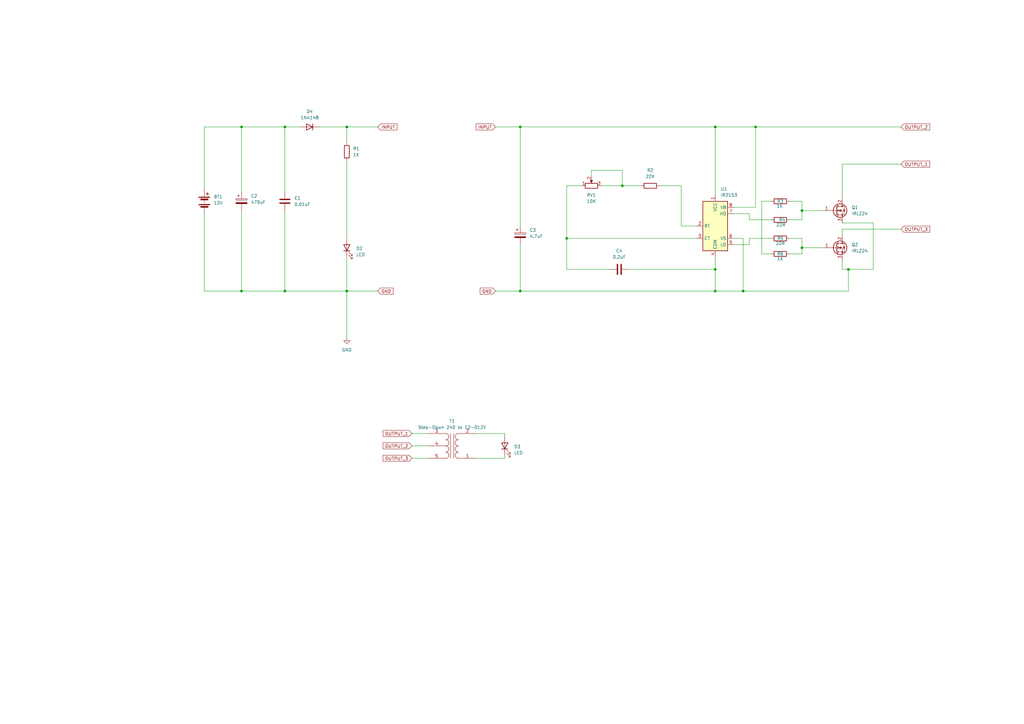
<source format=kicad_sch>
(kicad_sch (version 20250114) (generator "eeschema") (generator_version "9.0")
  (paper "A3")
  (title_block (title "Mini inverter") (date "2025-08-26") (rev "1.0") (company "Axion"))
  (lib_symbols
    (symbol "Device:Battery" (pin_numbers (hide yes)) (pin_names (offset 0) (hide yes))
      (property "Reference" "BT" (at 2.54 2.54 0))
      (property "Value" "Battery" (at 2.54 0 0))
      (symbol "Battery_0_1"
        (rectangle (start -2.286 1.778) (end 2.286 1.524) (fill (type outline)))
        (rectangle (start -2.286 -1.27) (end 2.286 -1.524) (fill (type outline)))
        (rectangle (start -1.524 1.016) (end 1.524 0.508) (fill (type outline)))
        (rectangle (start -1.524 -2.032) (end 1.524 -2.54) (fill (type outline)))
        (polyline (pts (xy 0 1.778) (xy 0 2.54)))
        (polyline (pts (xy 0 0) (xy 0 0.254)))
        (polyline (pts (xy 0 -0.508) (xy 0 -0.254)))
        (polyline (pts (xy 0 -1.016) (xy 0 -0.762)))
        (polyline (pts (xy 0.762 3.048) (xy 1.778 3.048)) (stroke (width 0.254)))
        (polyline (pts (xy 1.27 3.556) (xy 1.27 2.54)) (stroke (width 0.254)))
      )
      (symbol "Battery_1_1"
        (pin passive line (at 0 5.08 270) (length 2.54) (name "+") (number "1"))
        (pin passive line (at 0 -5.08 90) (length 2.54) (name "-") (number "2"))
      )
    )
    (symbol "Device:C" (pin_numbers (hide yes)) (pin_names (offset 0.254))
      (property "Reference" "C" (at 0.635 2.54 0))
      (property "Value" "C" (at 0.635 -2.54 0))
      (symbol "C_0_1"
        (polyline (pts (xy -2.032 0.762) (xy 2.032 0.762)) (stroke (width 0.508)))
        (polyline (pts (xy -2.032 -0.762) (xy 2.032 -0.762)) (stroke (width 0.508)))
      )
      (symbol "C_1_1"
        (pin passive line (at 0 3.81 270) (length 2.794) (name "~") (number "1"))
        (pin passive line (at 0 -3.81 90) (length 2.794) (name "~") (number "2"))
      )
    )
    (symbol "Device:C_Polarized" (pin_numbers (hide yes)) (pin_names (offset 0.254))
      (property "Reference" "C" (at 0.635 2.54 0))
      (property "Value" "C_Polarized" (at 0.635 -2.54 0))
      (symbol "C_Polarized_0_1"
        (rectangle (start -2.286 0.508) (end 2.286 1.016))
        (polyline (pts (xy -1.778 2.286) (xy -0.762 2.286)))
        (polyline (pts (xy -1.27 2.794) (xy -1.27 1.778)))
        (rectangle (start 2.286 -0.508) (end -2.286 -1.016) (fill (type outline)))
      )
      (symbol "C_Polarized_1_1"
        (pin passive line (at 0 3.81 270) (length 2.794) (name "~") (number "1"))
        (pin passive line (at 0 -3.81 90) (length 2.794) (name "~") (number "2"))
      )
    )
    (symbol "Device:LED" (pin_numbers (hide yes)) (pin_names (offset 1.016) (hide yes))
      (property "Reference" "D" (at 0 2.54 0))
      (property "Value" "LED" (at 0 -2.54 0))
      (symbol "LED_0_1"
        (polyline (pts (xy -3.048 -0.762) (xy -4.572 -2.286) (xy -3.81 -2.286) (xy -4.572 -2.286) (xy -4.572 -1.524)))
        (polyline (pts (xy -1.778 -0.762) (xy -3.302 -2.286) (xy -2.54 -2.286) (xy -3.302 -2.286) (xy -3.302 -1.524)))
        (polyline (pts (xy -1.27 0) (xy 1.27 0)))
        (polyline (pts (xy -1.27 -1.27) (xy -1.27 1.27)) (stroke (width 0.254)))
        (polyline (pts (xy 1.27 -1.27) (xy 1.27 1.27) (xy -1.27 0) (xy 1.27 -1.27)) (stroke (width 0.254)))
      )
      (symbol "LED_1_1"
        (pin passive line (at -3.81 0 0) (length 2.54) (name "K") (number "1"))
        (pin passive line (at 3.81 0 180) (length 2.54) (name "A") (number "2"))
      )
    )
    (symbol "Device:R" (pin_numbers (hide yes)) (pin_names (offset 0))
      (property "Reference" "R" (at 2.032 0 90))
      (property "Value" "R" (at 0 0 90))
      (symbol "R_0_1"
        (rectangle (start -1.016 -2.54) (end 1.016 2.54) (stroke (width 0.254)))
      )
      (symbol "R_1_1"
        (pin passive line (at 0 3.81 270) (length 1.27) (name "~") (number "1"))
        (pin passive line (at 0 -3.81 90) (length 1.27) (name "~") (number "2"))
      )
    )
    (symbol "Device:R_Potentiometer" (pin_names (offset 1.016) (hide yes))
      (property "Reference" "RV" (at -4.445 0 90))
      (property "Value" "R_Potentiometer" (at -2.54 0 90))
      (symbol "R_Potentiometer_0_1"
        (rectangle (start 1.016 2.54) (end -1.016 -2.54) (stroke (width 0.254)))
        (polyline (pts (xy 1.143 0) (xy 2.286 0.508) (xy 2.286 -0.508) (xy 1.143 0)) (fill (type outline)))
        (polyline (pts (xy 2.54 0) (xy 1.524 0)))
      )
      (symbol "R_Potentiometer_1_1"
        (pin passive line (at 0 3.81 270) (length 1.27) (name "1") (number "1"))
        (pin passive line (at 0 -3.81 90) (length 1.27) (name "3") (number "3"))
        (pin passive line (at 3.81 0 180) (length 1.27) (name "2") (number "2"))
      )
    )
    (symbol "Device:Transformer_1P_SS" (pin_names (offset 1.016) (hide yes))
      (property "Reference" "T" (at 0 6.35 0))
      (property "Value" "Transformer_1P_SS" (at 0 -7.62 0))
      (symbol "Transformer_1P_SS_0_1"
        (arc (start -1.27 3.81) (mid -1.656 2.9336) (end -2.54 2.5654))
        (arc (start -1.27 1.27) (mid -1.656 0.3936) (end -2.54 0.0254))
        (arc (start -1.27 -1.27) (mid -1.656 -2.1464) (end -2.54 -2.5146))
        (arc (start -1.27 -3.81) (mid -1.656 -4.6864) (end -2.54 -5.0546))
        (arc (start -2.54 5.08) (mid -1.642 4.708) (end -1.27 3.81))
        (arc (start -2.54 2.54) (mid -1.642 2.168) (end -1.27 1.27))
        (arc (start -2.54 0) (mid -1.642 -0.372) (end -1.27 -1.27))
        (arc (start -2.54 -2.54) (mid -1.642 -2.912) (end -1.27 -3.81))
        (polyline (pts (xy -0.635 5.08) (xy -0.635 -5.08)))
        (polyline (pts (xy 0.635 -5.08) (xy 0.635 5.08)))
        (arc (start 1.2954 3.81) (mid 1.6457 4.7117) (end 2.54 5.08))
        (arc (start 1.2954 1.27) (mid 1.6457 2.1717) (end 2.54 2.54))
        (arc (start 1.2954 -1.27) (mid 1.6457 -0.3683) (end 2.54 0))
        (arc (start 2.54 2.5654) (mid 1.6599 2.9299) (end 1.2954 3.81))
        (arc (start 2.54 0.0254) (mid 1.6599 0.3899) (end 1.2954 1.27))
        (arc (start 2.54 -2.5146) (mid 1.6599 -2.1501) (end 1.2954 -1.27))
        (arc (start 1.3208 -3.81) (mid 1.6711 -2.9085) (end 2.5654 -2.54))
        (arc (start 2.5654 -5.0546) (mid 1.6851 -4.6902) (end 1.3208 -3.81))
      )
      (symbol "Transformer_1P_SS_1_1"
        (pin passive line (at -10.16 5.08 0) (length 7.62) (name "AA") (number "1"))
        (pin passive line (at -10.16 -5.08 0) (length 7.62) (name "AB") (number "2"))
        (pin passive line (at 10.16 5.08 180) (length 7.62) (name "SB") (number "5"))
        (pin passive line (at 10.16 0 180) (length 7.62) (name "SC") (number "4"))
        (pin passive line (at 10.16 -5.08 180) (length 7.62) (name "SA") (number "3"))
      )
    )
    (symbol "Diode:1N4148" (pin_numbers (hide yes)) (pin_names (hide yes))
      (property "Reference" "D" (at 0 2.54 0))
      (property "Value" "1N4148" (at 0 -2.54 0))
      (symbol "1N4148_0_1"
        (polyline (pts (xy -1.27 1.27) (xy -1.27 -1.27)) (stroke (width 0.254)))
        (polyline (pts (xy 1.27 1.27) (xy 1.27 -1.27) (xy -1.27 0) (xy 1.27 1.27)) (stroke (width 0.254)))
        (polyline (pts (xy 1.27 0) (xy -1.27 0)))
      )
      (symbol "1N4148_1_1"
        (pin passive line (at -3.81 0 0) (length 2.54) (name "K") (number "1"))
        (pin passive line (at 3.81 0 180) (length 2.54) (name "A") (number "2"))
      )
    )
    (symbol "Driver_FET:IR2153"
      (property "Reference" "U" (at 1.27 13.335 0))
      (property "Value" "IR2153" (at 1.27 11.43 0))
      (symbol "IR2153_0_1"
        (rectangle (start -5.08 -10.16) (end 5.08 10.16) (stroke (width 0.254)) (fill (type background)))
      )
      (symbol "IR2153_1_1"
        (pin passive line (at -7.62 0 0) (length 2.54) (name "RT") (number "2"))
        (pin passive line (at -7.62 -5.08 0) (length 2.54) (name "CT") (number "3"))
        (pin power_in line (at 0 12.7 270) (length 2.54) (name "VCC") (number "1"))
        (pin power_in line (at 0 -12.7 90) (length 2.54) (name "COM") (number "4"))
        (pin passive line (at 7.62 7.62 180) (length 2.54) (name "VB") (number "8"))
        (pin output line (at 7.62 5.08 180) (length 2.54) (name "HO") (number "7"))
        (pin passive line (at 7.62 -5.08 180) (length 2.54) (name "VS") (number "6"))
        (pin output line (at 7.62 -7.62 180) (length 2.54) (name "LO") (number "5"))
      )
    )
    (symbol "Transistor_FET:IRLZ24" (pin_names (hide yes))
      (property "Reference" "Q" (at 5.08 1.905 0))
      (property "Value" "IRLZ24" (at 5.08 0 0))
      (symbol "IRLZ24_0_1"
        (polyline (pts (xy 0.254 1.905) (xy 0.254 -1.905)) (stroke (width 0.254)))
        (polyline (pts (xy 0.254 0) (xy -2.54 0)))
        (polyline (pts (xy 0.762 2.286) (xy 0.762 1.27)) (stroke (width 0.254)))
        (polyline (pts (xy 0.762 0.508) (xy 0.762 -0.508)) (stroke (width 0.254)))
        (polyline (pts (xy 0.762 -1.27) (xy 0.762 -2.286)) (stroke (width 0.254)))
        (polyline (pts (xy 0.762 -1.778) (xy 3.302 -1.778) (xy 3.302 1.778) (xy 0.762 1.778)))
        (polyline (pts (xy 1.016 0) (xy 2.032 0.381) (xy 2.032 -0.381) (xy 1.016 0)) (fill (type outline)))
        (circle (center 1.651 0) (radius 2.794) (stroke (width 0.254)))
        (polyline (pts (xy 2.54 2.54) (xy 2.54 1.778)))
        (circle (center 2.54 1.778) (radius 0.254) (fill (type outline)))
        (circle (center 2.54 -1.778) (radius 0.254) (fill (type outline)))
        (polyline (pts (xy 2.54 -2.54) (xy 2.54 0) (xy 0.762 0)))
        (polyline (pts (xy 2.794 0.508) (xy 2.921 0.381) (xy 3.683 0.381) (xy 3.81 0.254)))
        (polyline (pts (xy 3.302 0.381) (xy 2.921 -0.254) (xy 3.683 -0.254) (xy 3.302 0.381)))
      )
      (symbol "IRLZ24_1_1"
        (pin input line (at -5.08 0 0) (length 2.54) (name "G") (number "1"))
        (pin passive line (at 2.54 5.08 270) (length 2.54) (name "D") (number "2"))
        (pin passive line (at 2.54 -5.08 90) (length 2.54) (name "S") (number "3"))
      )
    )
    (symbol "power:GND" (power) (pin_numbers (hide yes)) (pin_names (offset 0) (hide yes))
      (property "Value" "GND" (at 0 -3.81 0))
      (symbol "GND_0_1"
        (polyline (pts (xy 0 0) (xy 0 -1.27) (xy 1.27 -1.27) (xy 0 -2.54) (xy -1.27 -1.27) (xy 0 -1.27)))
      )
      (symbol "GND_1_1"
        (pin power_in line (at 0 0 270) (length 0) (name "~") (number "1"))
      )
    )
  )
  (junction (at 99.06 52.07))
  (junction (at 232.41 97.79))
  (junction (at 142.24 52.07))
  (junction (at 99.06 119.38))
  (junction (at 293.37 110.49))
  (junction (at 142.24 119.38))
  (junction (at 328.93 101.6))
  (junction (at 309.88 52.07))
  (junction (at 347.98 110.49))
  (junction (at 328.93 86.36))
  (junction (at 213.36 52.07))
  (junction (at 116.84 119.38))
  (junction (at 304.8 119.38))
  (junction (at 255.27 76.2))
  (junction (at 293.37 119.38))
  (junction (at 116.84 52.07))
  (junction (at 293.37 52.07))
  (junction (at 213.36 119.38))
  (wire (pts (xy 309.88 52.07) (xy 309.88 85.09)))
  (wire (pts (xy 328.93 104.14) (xy 328.93 101.6)))
  (wire (pts (xy 213.36 52.07) (xy 213.36 92.71)))
  (wire (pts (xy 116.84 52.07) (xy 116.84 78.74)))
  (wire (pts (xy 207.01 177.8) (xy 207.01 179.07)))
  (wire (pts (xy 309.88 52.07) (xy 369.57 52.07)))
  (wire (pts (xy 347.98 119.38) (xy 347.98 110.49)))
  (wire (pts (xy 83.82 77.47) (xy 83.82 52.07)))
  (wire (pts (xy 99.06 52.07) (xy 116.84 52.07)))
  (wire (pts (xy 300.99 87.63) (xy 307.34 87.63)))
  (wire (pts (xy 142.24 52.07) (xy 154.94 52.07)))
  (wire (pts (xy 345.44 93.98) (xy 369.57 93.98)))
  (wire (pts (xy 142.24 66.04) (xy 142.24 97.79)))
  (wire (pts (xy 232.41 97.79) (xy 232.41 110.49)))
  (wire (pts (xy 304.8 119.38) (xy 347.98 119.38)))
  (wire (pts (xy 257.81 110.49) (xy 293.37 110.49)))
  (wire (pts (xy 142.24 119.38) (xy 154.94 119.38)))
  (wire (pts (xy 312.42 82.55) (xy 312.42 104.14)))
  (wire (pts (xy 307.34 90.17) (xy 316.23 90.17)))
  (wire (pts (xy 116.84 86.36) (xy 116.84 119.38)))
  (wire (pts (xy 99.06 52.07) (xy 99.06 78.74)))
  (wire (pts (xy 369.57 67.31) (xy 345.44 67.31)))
  (wire (pts (xy 142.24 105.41) (xy 142.24 119.38)))
  (wire (pts (xy 307.34 97.79) (xy 307.34 100.33)))
  (wire (pts (xy 316.23 97.79) (xy 307.34 97.79)))
  (wire (pts (xy 83.82 87.63) (xy 83.82 119.38)))
  (wire (pts (xy 242.57 72.39) (xy 242.57 69.85)))
  (wire (pts (xy 279.4 92.71) (xy 285.75 92.71)))
  (wire (pts (xy 293.37 52.07) (xy 293.37 80.01)))
  (wire (pts (xy 168.91 177.8) (xy 175.26 177.8)))
  (wire (pts (xy 307.34 100.33) (xy 300.99 100.33)))
  (wire (pts (xy 116.84 52.07) (xy 123.19 52.07)))
  (wire (pts (xy 293.37 105.41) (xy 293.37 110.49)))
  (wire (pts (xy 304.8 97.79) (xy 304.8 119.38)))
  (wire (pts (xy 255.27 69.85) (xy 255.27 76.2)))
  (wire (pts (xy 293.37 52.07) (xy 309.88 52.07)))
  (wire (pts (xy 213.36 52.07) (xy 293.37 52.07)))
  (wire (pts (xy 323.85 90.17) (xy 328.93 90.17)))
  (wire (pts (xy 99.06 86.36) (xy 99.06 119.38)))
  (wire (pts (xy 279.4 76.2) (xy 279.4 92.71)))
  (wire (pts (xy 300.99 97.79) (xy 304.8 97.79)))
  (wire (pts (xy 213.36 119.38) (xy 293.37 119.38)))
  (wire (pts (xy 168.91 187.96) (xy 175.26 187.96)))
  (wire (pts (xy 293.37 110.49) (xy 293.37 119.38)))
  (wire (pts (xy 328.93 86.36) (xy 328.93 82.55)))
  (wire (pts (xy 232.41 76.2) (xy 232.41 97.79)))
  (wire (pts (xy 328.93 101.6) (xy 328.93 97.79)))
  (wire (pts (xy 328.93 86.36) (xy 337.82 86.36)))
  (wire (pts (xy 358.14 110.49) (xy 347.98 110.49)))
  (wire (pts (xy 328.93 90.17) (xy 328.93 86.36)))
  (wire (pts (xy 312.42 104.14) (xy 316.23 104.14)))
  (wire (pts (xy 345.44 91.44) (xy 358.14 91.44)))
  (wire (pts (xy 345.44 93.98) (xy 345.44 96.52)))
  (wire (pts (xy 238.76 76.2) (xy 232.41 76.2)))
  (wire (pts (xy 347.98 110.49) (xy 345.44 110.49)))
  (wire (pts (xy 316.23 82.55) (xy 312.42 82.55)))
  (wire (pts (xy 203.2 52.07) (xy 213.36 52.07)))
  (wire (pts (xy 328.93 97.79) (xy 323.85 97.79)))
  (wire (pts (xy 99.06 119.38) (xy 116.84 119.38)))
  (wire (pts (xy 242.57 69.85) (xy 255.27 69.85)))
  (wire (pts (xy 328.93 101.6) (xy 337.82 101.6)))
  (wire (pts (xy 213.36 119.38) (xy 213.36 100.33)))
  (wire (pts (xy 246.38 76.2) (xy 255.27 76.2)))
  (wire (pts (xy 232.41 97.79) (xy 285.75 97.79)))
  (wire (pts (xy 195.58 177.8) (xy 207.01 177.8)))
  (wire (pts (xy 83.82 119.38) (xy 99.06 119.38)))
  (wire (pts (xy 130.81 52.07) (xy 142.24 52.07)))
  (wire (pts (xy 255.27 76.2) (xy 262.89 76.2)))
  (wire (pts (xy 345.44 110.49) (xy 345.44 106.68)))
  (wire (pts (xy 293.37 119.38) (xy 304.8 119.38)))
  (wire (pts (xy 207.01 187.96) (xy 207.01 186.69)))
  (wire (pts (xy 328.93 82.55) (xy 323.85 82.55)))
  (wire (pts (xy 345.44 67.31) (xy 345.44 81.28)))
  (wire (pts (xy 270.51 76.2) (xy 279.4 76.2)))
  (wire (pts (xy 116.84 119.38) (xy 142.24 119.38)))
  (wire (pts (xy 195.58 187.96) (xy 207.01 187.96)))
  (wire (pts (xy 358.14 91.44) (xy 358.14 110.49)))
  (wire (pts (xy 168.91 182.88) (xy 175.26 182.88)))
  (wire (pts (xy 142.24 119.38) (xy 142.24 138.43)))
  (wire (pts (xy 232.41 110.49) (xy 250.19 110.49)))
  (wire (pts (xy 309.88 85.09) (xy 300.99 85.09)))
  (wire (pts (xy 307.34 87.63) (xy 307.34 90.17)))
  (wire (pts (xy 83.82 52.07) (xy 99.06 52.07)))
  (wire (pts (xy 142.24 52.07) (xy 142.24 58.42)))
  (wire (pts (xy 323.85 104.14) (xy 328.93 104.14)))
  (wire (pts (xy 203.2 119.38) (xy 213.36 119.38)))
  (global_label "OUTPUT_3" (shape input) (at 369.57 93.98 0) (property "Intersheetrefs" "${INTERSHEET_REFS}" (effects (hide yes))))
  (global_label "OUTPUT_3" (shape input) (at 168.91 187.96 180) (property "Intersheetrefs" "${INTERSHEET_REFS}" (effects (hide yes))))
  (global_label "GND" (shape input) (at 154.94 119.38 0) (property "Intersheetrefs" "${INTERSHEET_REFS}" (effects (hide yes))))
  (global_label "GND" (shape input) (at 203.2 119.38 180) (property "Intersheetrefs" "${INTERSHEET_REFS}" (effects (hide yes))))
  (global_label "OUTPUT_2" (shape input) (at 369.57 52.07 0) (property "Intersheetrefs" "${INTERSHEET_REFS}" (effects (hide yes))))
  (global_label "INPUT" (shape input) (at 154.94 52.07 0) (property "Intersheetrefs" "${INTERSHEET_REFS}" (effects (hide yes))))
  (global_label "OUTPUT_1" (shape input) (at 168.91 177.8 180) (property "Intersheetrefs" "${INTERSHEET_REFS}" (effects (hide yes))))
  (global_label "OUTPUT_2" (shape input) (at 168.91 182.88 180) (property "Intersheetrefs" "${INTERSHEET_REFS}" (effects (hide yes))))
  (global_label "OUTPUT_1" (shape input) (at 369.57 67.31 0) (property "Intersheetrefs" "${INTERSHEET_REFS}" (effects (hide yes))))
  (global_label "INPUT" (shape input) (at 203.2 52.07 180) (property "Intersheetrefs" "${INTERSHEET_REFS}" (effects (hide yes))))
  (symbol (lib_id "Device:R") (at 320.04 97.79 90) (unit 1)
    (property "Reference" "R5" (at 320.04 97.79 90))
    (property "Value" "22R" (at 320.04 99.822 90))
    (property "Footprint" "Resistor_THT:R_Axial_DIN0204_L3.6mm_D1.6mm_P5.08mm_Horizontal" (effects (hide yes)))
    (property "Description" "Resistor" (effects (hide yes)))
  )
  (symbol (lib_id "Device:Transformer_1P_SS") (at 185.42 182.88 180) (unit 1)
    (property "Reference" "T1" (at 185.4073 172.72 0))
    (property "Value" "Step-Down 240 to 12-012V" (at 185.4073 175.26 0))
    (property "Footprint" "TerminalBlock:TerminalBlock_Xinya_XY308-2.54-5P_1x05_P2.54mm_Horizontal" (effects (hide yes)))
    (property "Description" "Transformer, single primary, split secondary" (effects (hide yes)))
  )
  (symbol (lib_id "Device:Battery") (at 83.82 82.55 0) (unit 1)
    (property "Reference" "BT1" (at 87.63 80.7084 0) (effects (justify left)))
    (property "Value" "12V" (at 87.63 83.2484 0) (effects (justify left)))
    (property "Footprint" "TerminalBlock:TerminalBlock_Xinya_XY308-2.54-2P_1x02_P2.54mm_Horizontal" (effects (hide yes)))
    (property "Description" "Multiple-cell battery" (effects (hide yes)))
  )
  (symbol (lib_id "power:GND") (at 142.24 138.43 0) (unit 1)
    (property "Reference" "#PWR01" (effects (hide yes)))
    (property "Value" "GND" (at 142.24 143.51 0))
    (property "Description" "Power symbol creates a global label with name \"GND\" , ground" (effects (hide yes)))
  )
  (symbol (lib_id "Diode:1N4148") (at 127 52.07 180) (unit 1)
    (property "Reference" "D4" (at 127 45.72 0))
    (property "Value" "1N4148" (at 127 48.26 0))
    (property "Footprint" "Diode_THT:D_DO-35_SOD27_P7.62mm_Horizontal" (effects (hide yes)))
    (property "Datasheet" "https://assets.nexperia.com/documents/data-sheet/1N4148_1N4448.pdf" (effects (hide yes)))
    (property "Description" "100V 0.15A standard switching diode, DO-35" (effects (hide yes)))
    (property "Sim.Device" "D" (effects (hide yes)))
    (property "Sim.Pins" "1=K 2=A" (effects (hide yes)))
  )
  (symbol (lib_id "Device:R") (at 320.04 104.14 90) (unit 1)
    (property "Reference" "R6" (at 320.04 104.14 90))
    (property "Value" "1K" (at 320.04 106.172 90))
    (property "Footprint" "Resistor_THT:R_Axial_DIN0204_L3.6mm_D1.6mm_P5.08mm_Horizontal" (effects (hide yes)))
    (property "Description" "Resistor" (effects (hide yes)))
  )
  (symbol (lib_id "Device:LED") (at 142.24 101.6 90) (unit 1)
    (property "Reference" "D2" (at 146.05 101.9174 90) (effects (justify right)))
    (property "Value" "LED" (at 146.05 104.4574 90) (effects (justify right)))
    (property "Footprint" "LED_THT:LED_D5.0mm" (effects (hide yes)))
    (property "Description" "Light emitting diode" (effects (hide yes)))
    (property "Sim.Pins" "1=K 2=A" (effects (hide yes)))
  )
  (symbol (lib_id "Transistor_FET:IRLZ24") (at 342.9 101.6 0) (unit 1)
    (property "Reference" "Q2" (at 349.25 100.3299 0) (effects (justify left)))
    (property "Value" "IRLZ24" (at 349.25 102.8699 0) (effects (justify left)))
    (property "Footprint" "Package_TO_SOT_THT:TO-220-3_Vertical" (effects (hide yes)))
    (property "Datasheet" "https://www.vishay.com/docs/91326/sihlz24.pdf" (effects (hide yes)))
    (property "Description" "17A Id, 60V Vds, N-Channel Power MOSFET, TO-220AB" (effects (hide yes)))
  )
  (symbol (lib_id "Device:R") (at 266.7 76.2 90) (unit 1)
    (property "Reference" "R2" (at 266.7 69.85 90))
    (property "Value" "22K" (at 266.7 72.39 90))
    (property "Footprint" "Resistor_THT:R_Axial_DIN0204_L3.6mm_D1.6mm_P5.08mm_Horizontal" (effects (hide yes)))
    (property "Description" "Resistor" (effects (hide yes)))
  )
  (symbol (lib_id "Transistor_FET:IRLZ24") (at 342.9 86.36 0) (unit 1)
    (property "Reference" "Q1" (at 349.25 85.0899 0) (effects (justify left)))
    (property "Value" "IRLZ24" (at 349.25 87.6299 0) (effects (justify left)))
    (property "Footprint" "Package_TO_SOT_THT:TO-220-3_Vertical" (effects (hide yes)))
    (property "Datasheet" "https://www.vishay.com/docs/91326/sihlz24.pdf" (effects (hide yes)))
    (property "Description" "17A Id, 60V Vds, N-Channel Power MOSFET, TO-220AB" (effects (hide yes)))
  )
  (symbol (lib_id "Device:C_Polarized") (at 213.36 96.52 0) (unit 1)
    (property "Reference" "C3" (at 217.17 94.3609 0) (effects (justify left)))
    (property "Value" "4.7uF" (at 217.17 96.9009 0) (effects (justify left)))
    (property "Footprint" "Capacitor_THT:CP_Radial_D5.0mm_P2.50mm" (effects (hide yes)))
    (property "Description" "Polarized capacitor" (effects (hide yes)))
  )
  (symbol (lib_id "Device:R_Potentiometer") (at 242.57 76.2 90) (unit 1)
    (property "Reference" "RV1" (at 242.57 80.01 90))
    (property "Value" "10K" (at 242.57 82.55 90))
    (property "Footprint" "Potentiometer_THT:Potentiometer_ACP_CA6-H2,5_Horizontal" (effects (hide yes)))
    (property "Description" "Potentiometer" (effects (hide yes)))
  )
  (symbol (lib_id "Device:LED") (at 207.01 182.88 90) (unit 1)
    (property "Reference" "D3" (at 210.82 183.1974 90) (effects (justify right)))
    (property "Value" "LED" (at 210.82 185.7374 90) (effects (justify right)))
    (property "Footprint" "LED_THT:LED_D5.0mm" (effects (hide yes)))
    (property "Description" "Light emitting diode" (effects (hide yes)))
    (property "Sim.Pins" "1=K 2=A" (effects (hide yes)))
  )
  (symbol (lib_id "Device:R") (at 142.24 62.23 180) (unit 1)
    (property "Reference" "R1" (at 144.78 60.9599 0) (effects (justify right)))
    (property "Value" "1K" (at 144.78 63.4999 0) (effects (justify right)))
    (property "Footprint" "Resistor_THT:R_Axial_DIN0204_L3.6mm_D1.6mm_P5.08mm_Horizontal" (effects (hide yes)))
    (property "Description" "Resistor" (effects (hide yes)))
  )
  (symbol (lib_id "Device:R") (at 320.04 90.17 90) (unit 1)
    (property "Reference" "R4" (at 320.802 90.17 90))
    (property "Value" "22R" (at 320.294 92.202 90))
    (property "Footprint" "Resistor_THT:R_Axial_DIN0204_L3.6mm_D1.6mm_P5.08mm_Horizontal" (effects (hide yes)))
    (property "Description" "Resistor" (effects (hide yes)))
  )
  (symbol (lib_id "Device:C") (at 254 110.49 90) (unit 1)
    (property "Reference" "C4" (at 254 102.87 90))
    (property "Value" "0.2uF" (at 254 105.41 90))
    (property "Footprint" "Capacitor_THT:C_Disc_D3.0mm_W1.6mm_P2.50mm" (effects (hide yes)))
    (property "Description" "Unpolarized capacitor" (effects (hide yes)))
  )
  (symbol (lib_id "Device:C_Polarized") (at 99.06 82.55 0) (unit 1)
    (property "Reference" "C2" (at 102.87 80.3909 0) (effects (justify left)))
    (property "Value" "470uF" (at 102.87 82.9309 0) (effects (justify left)))
    (property "Footprint" "Capacitor_THT:CP_Radial_D6.3mm_P2.50mm" (effects (hide yes)))
    (property "Description" "Polarized capacitor" (effects (hide yes)))
  )
  (symbol (lib_id "Device:C") (at 116.84 82.55 0) (unit 1)
    (property "Reference" "C1" (at 120.65 81.2799 0) (effects (justify left)))
    (property "Value" "0.01uF" (at 120.65 83.8199 0) (effects (justify left)))
    (property "Footprint" "Capacitor_THT:C_Disc_D3.0mm_W1.6mm_P2.50mm" (effects (hide yes)))
    (property "Description" "Unpolarized capacitor" (effects (hide yes)))
  )
  (symbol (lib_id "Device:R") (at 320.04 82.55 90) (unit 1)
    (property "Reference" "R3" (at 320.04 82.55 90))
    (property "Value" "1K" (at 319.786 84.582 90))
    (property "Footprint" "Resistor_THT:R_Axial_DIN0204_L3.6mm_D1.6mm_P5.08mm_Horizontal" (effects (hide yes)))
    (property "Description" "Resistor" (effects (hide yes)))
  )
  (symbol (lib_id "Driver_FET:IR2153") (at 293.37 92.71 0) (unit 1)
    (property "Reference" "U1" (at 295.5133 77.47 0) (effects (justify left)))
    (property "Value" "IR2153" (at 295.5133 80.01 0) (effects (justify left)))
    (property "Footprint" "Package_DIP:DIP-8_W7.62mm_Socket" (effects (hide yes)))
    (property "Datasheet" "https://www.infineon.com/dgdl/ir2153.pdf?fileId=5546d462533600a4015355c8c5fc16af" (effects (hide yes)))
    (property "Description" "Self-Oscillating Half-Bridge Driver, 600V, PDIP-8/SOIC-8" (effects (hide yes)))
  )
)
</source>
